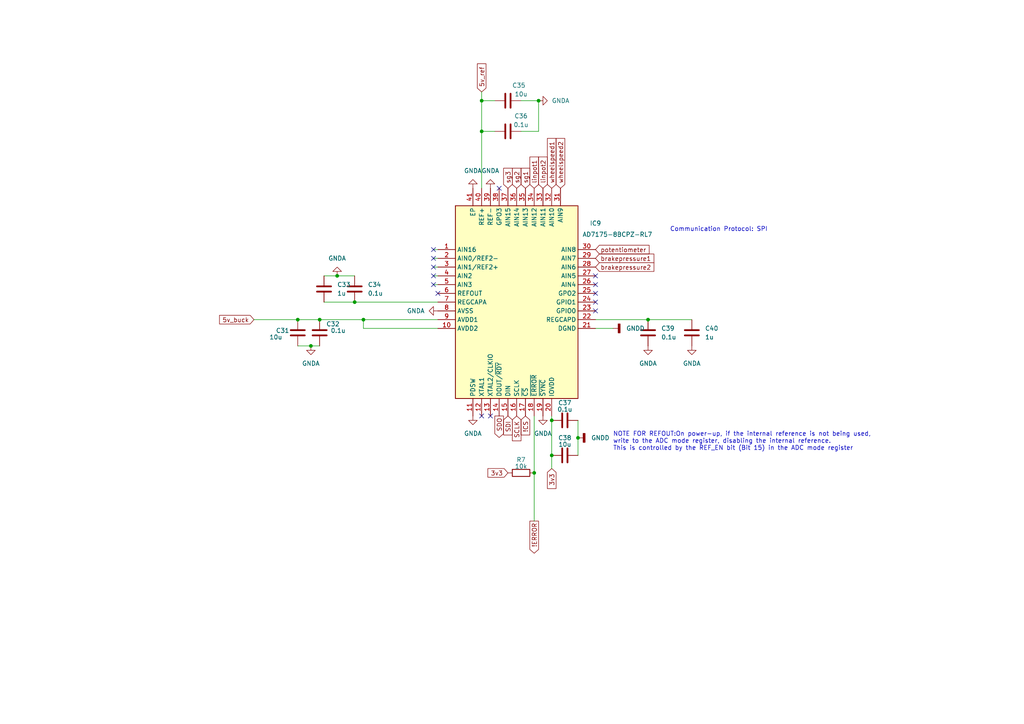
<source format=kicad_sch>
(kicad_sch (version 20230121) (generator eeschema)
  (paper "A4")
  (lib_symbols
    (symbol "21xt_symbols:AD7175-8BCPZ-RL7"
      (property "Reference" "IC" (at 41.91 17.78 0))
      (property "Value" "AD7175-8BCPZ-RL7" (at 41.91 15.24 0))
      (symbol "AD7175-8BCPZ-RL7_1_1"
        (rectangle (start 5.08 12.7) (end 40.64 -43.18) (stroke (width 0.254)) (fill (type background)))
        (pin passive line (at 0 0 0) (length 5.08) (name "AIN16") (number "1"))
        (pin passive line (at 0 -22.86 0) (length 5.08) (name "AVDD2") (number "10"))
        (pin passive line (at 10.16 -48.26 90) (length 5.08) (name "PDSW") (number "11"))
        (pin passive line (at 12.7 -48.26 90) (length 5.08) (name "XTAL1") (number "12"))
        (pin passive line (at 15.24 -48.26 90) (length 5.08) (name "XTAL2/CLKIO") (number "13"))
        (pin passive line (at 17.78 -48.26 90) (length 5.08) (name "DOUT/~{RDY}") (number "14"))
        (pin passive line (at 20.32 -48.26 90) (length 5.08) (name "DIN") (number "15"))
        (pin passive line (at 22.86 -48.26 90) (length 5.08) (name "SCLK") (number "16"))
        (pin passive line (at 25.4 -48.26 90) (length 5.08) (name "~{CS}") (number "17"))
        (pin passive line (at 27.94 -48.26 90) (length 5.08) (name "~{ERROR}") (number "18"))
        (pin passive line (at 30.48 -48.26 90) (length 5.08) (name "~{SYNC}") (number "19"))
        (pin passive line (at 0 -2.54 0) (length 5.08) (name "AIN0/REF2-") (number "2"))
        (pin passive line (at 33.02 -48.26 90) (length 5.08) (name "IOVDD") (number "20"))
        (pin passive line (at 45.72 -22.86 180) (length 5.08) (name "DGND") (number "21"))
        (pin passive line (at 45.72 -20.32 180) (length 5.08) (name "REGCAPD") (number "22"))
        (pin passive line (at 45.72 -17.78 180) (length 5.08) (name "GPIO0") (number "23"))
        (pin passive line (at 45.72 -15.24 180) (length 5.08) (name "GPIO1") (number "24"))
        (pin passive line (at 45.72 -12.7 180) (length 5.08) (name "GPO2") (number "25"))
        (pin passive line (at 45.72 -10.16 180) (length 5.08) (name "AIN4") (number "26"))
        (pin passive line (at 45.72 -7.62 180) (length 5.08) (name "AIN5") (number "27"))
        (pin passive line (at 45.72 -5.08 180) (length 5.08) (name "AIN6") (number "28"))
        (pin passive line (at 45.72 -2.54 180) (length 5.08) (name "AIN7") (number "29"))
        (pin passive line (at 0 -5.08 0) (length 5.08) (name "AIN1/REF2+") (number "3"))
        (pin passive line (at 45.72 0 180) (length 5.08) (name "AIN8") (number "30"))
        (pin passive line (at 35.56 17.78 270) (length 5.08) (name "AIN9") (number "31"))
        (pin passive line (at 33.02 17.78 270) (length 5.08) (name "AIN10") (number "32"))
        (pin passive line (at 30.48 17.78 270) (length 5.08) (name "AIN11") (number "33"))
        (pin passive line (at 27.94 17.78 270) (length 5.08) (name "AIN12") (number "34"))
        (pin passive line (at 25.4 17.78 270) (length 5.08) (name "AIN13") (number "35"))
        (pin passive line (at 22.86 17.78 270) (length 5.08) (name "AIN14") (number "36"))
        (pin passive line (at 20.32 17.78 270) (length 5.08) (name "AIN15") (number "37"))
        (pin passive line (at 17.78 17.78 270) (length 5.08) (name "GPO3") (number "38"))
        (pin passive line (at 15.24 17.78 270) (length 5.08) (name "REF-") (number "39"))
        (pin passive line (at 0 -7.62 0) (length 5.08) (name "AIN2") (number "4"))
        (pin passive line (at 12.7 17.78 270) (length 5.08) (name "REF+") (number "40"))
        (pin passive line (at 10.16 17.78 270) (length 5.08) (name "EP") (number "41"))
        (pin passive line (at 0 -10.16 0) (length 5.08) (name "AIN3") (number "5"))
        (pin passive line (at 0 -12.7 0) (length 5.08) (name "REFOUT") (number "6"))
        (pin passive line (at 0 -15.24 0) (length 5.08) (name "REGCAPA") (number "7"))
        (pin passive line (at 0 -17.78 0) (length 5.08) (name "AVSS") (number "8"))
        (pin passive line (at 0 -20.32 0) (length 5.08) (name "AVDD1") (number "9"))
      )
    )
    (symbol "Device:C" (pin_numbers hide) (pin_names (offset 0.254))
      (property "Reference" "C" (at 0.635 2.54 0))
      (property "Value" "C" (at 0.635 -2.54 0))
      (symbol "C_0_1"
        (polyline (pts (xy -2.032 -0.762) (xy 2.032 -0.762)) (stroke (width 0.508)))
        (polyline (pts (xy -2.032 0.762) (xy 2.032 0.762)) (stroke (width 0.508)))
      )
      (symbol "C_1_1"
        (pin passive line (at 0 3.81 270) (length 2.794) (name "~") (number "1"))
        (pin passive line (at 0 -3.81 90) (length 2.794) (name "~") (number "2"))
      )
    )
    (symbol "Device:R" (pin_numbers hide) (pin_names (offset 0))
      (property "Reference" "R" (at 2.032 0 90))
      (property "Value" "R" (at 0 0 90))
      (symbol "R_0_1"
        (rectangle (start -1.016 -2.54) (end 1.016 2.54) (stroke (width 0.254)))
      )
      (symbol "R_1_1"
        (pin passive line (at 0 3.81 270) (length 1.27) (name "~") (number "1"))
        (pin passive line (at 0 -3.81 90) (length 1.27) (name "~") (number "2"))
      )
    )
    (symbol "power:GNDA" (power) (pin_names (offset 0))
      (property "Value" "GNDA" (at 0 -3.81 0))
      (symbol "GNDA_0_1"
        (polyline (pts (xy 0 0) (xy 0 -1.27) (xy 1.27 -1.27) (xy 0 -2.54) (xy -1.27 -1.27) (xy 0 -1.27)))
      )
      (symbol "GNDA_1_1"
        (pin power_in line (at 0 0 270) (length 0) hide (name "GNDA") (number "1"))
      )
    )
    (symbol "power:GNDD" (power) (pin_names (offset 0))
      (property "Value" "GNDD" (at 0 -3.175 0))
      (symbol "GNDD_0_1"
        (rectangle (start -1.27 -1.524) (end 1.27 -2.032) (stroke (width 0.254)) (fill (type outline)))
        (polyline (pts (xy 0 0) (xy 0 -1.524)))
      )
      (symbol "GNDD_1_1"
        (pin power_in line (at 0 0 270) (length 0) hide (name "GNDD") (number "1"))
      )
    )
  )
  (junction (at 160.02 121.92))
  (junction (at 92.71 92.71))
  (junction (at 90.17 100.33))
  (junction (at 97.79 80.01))
  (junction (at 156.21 29.21))
  (junction (at 105.41 92.71))
  (junction (at 167.64 127))
  (junction (at 139.7 29.21))
  (junction (at 154.94 137.16))
  (junction (at 139.7 38.1))
  (junction (at 86.36 92.71))
  (junction (at 160.02 132.08))
  (junction (at 187.96 92.71))
  (junction (at 102.87 87.63))
  (no_connect (at 172.72 80.01))
  (no_connect (at 172.72 82.55))
  (no_connect (at 142.24 120.65))
  (no_connect (at 172.72 85.09))
  (no_connect (at 125.73 82.55))
  (no_connect (at 125.73 74.93))
  (no_connect (at 125.73 77.47))
  (no_connect (at 172.72 87.63))
  (no_connect (at 144.78 54.61))
  (no_connect (at 125.73 72.39))
  (no_connect (at 125.73 80.01))
  (no_connect (at 127 85.09))
  (no_connect (at 139.7 120.65))
  (no_connect (at 172.72 90.17))
  (wire (pts (xy 125.73 80.01) (xy 127 80.01)))
  (wire (pts (xy 86.36 100.33) (xy 90.17 100.33)))
  (wire (pts (xy 86.36 92.71) (xy 92.71 92.71)))
  (wire (pts (xy 156.21 29.21) (xy 151.13 29.21)))
  (wire (pts (xy 125.73 77.47) (xy 127 77.47)))
  (wire (pts (xy 172.72 95.25) (xy 177.8 95.25)))
  (wire (pts (xy 92.71 92.71) (xy 105.41 92.71)))
  (wire (pts (xy 139.7 54.61) (xy 139.7 38.1)))
  (wire (pts (xy 102.87 87.63) (xy 127 87.63)))
  (wire (pts (xy 139.7 29.21) (xy 139.7 26.67)))
  (wire (pts (xy 105.41 95.25) (xy 127 95.25)))
  (wire (pts (xy 187.96 92.71) (xy 200.66 92.71)))
  (wire (pts (xy 139.7 29.21) (xy 143.51 29.21)))
  (wire (pts (xy 97.79 80.01) (xy 102.87 80.01)))
  (wire (pts (xy 139.7 38.1) (xy 143.51 38.1)))
  (wire (pts (xy 172.72 92.71) (xy 187.96 92.71)))
  (wire (pts (xy 73.66 92.71) (xy 86.36 92.71)))
  (wire (pts (xy 151.13 38.1) (xy 156.21 38.1)))
  (wire (pts (xy 139.7 38.1) (xy 139.7 29.21)))
  (wire (pts (xy 160.02 121.92) (xy 160.02 132.08)))
  (wire (pts (xy 167.64 127) (xy 167.64 132.08)))
  (wire (pts (xy 93.98 87.63) (xy 102.87 87.63)))
  (wire (pts (xy 125.73 82.55) (xy 127 82.55)))
  (wire (pts (xy 125.73 72.39) (xy 127 72.39)))
  (wire (pts (xy 154.94 137.16) (xy 154.94 151.13)))
  (wire (pts (xy 154.94 120.65) (xy 154.94 137.16)))
  (wire (pts (xy 160.02 120.65) (xy 160.02 121.92)))
  (wire (pts (xy 167.64 121.92) (xy 167.64 127)))
  (wire (pts (xy 93.98 80.01) (xy 97.79 80.01)))
  (wire (pts (xy 90.17 100.33) (xy 92.71 100.33)))
  (wire (pts (xy 105.41 92.71) (xy 127 92.71)))
  (wire (pts (xy 156.21 38.1) (xy 156.21 29.21)))
  (wire (pts (xy 160.02 132.08) (xy 160.02 135.89)))
  (wire (pts (xy 125.73 74.93) (xy 127 74.93)))
  (wire (pts (xy 105.41 95.25) (xy 105.41 92.71)))
  (text "NOTE FOR REFOUT:On power-up, if the internal reference is not being used, \nwrite to the ADC mode register, disabling the internal reference. \nThis is controlled by the REF_EN bit (Bit 15) in the ADC mode register" (at 177.8 130.81 0) (effects (font (size 1.27 1.27)) (justify left bottom)))
  (text "Communication Protocol: SPI" (at 194.31 67.31 0) (effects (font (size 1.27 1.27)) (justify left bottom)))
  (global_label "sg2" (shape input) (at 149.86 54.61 90) (property "Intersheetrefs" "${INTERSHEET_REFS}" (effects hide)))
  (global_label "brakepressure1" (shape input) (at 172.72 74.93 0) (property "Intersheetrefs" "${INTERSHEET_REFS}" (effects hide)))
  (global_label "3v3" (shape input) (at 160.02 135.89 270) (property "Intersheetrefs" "${INTERSHEET_REFS}" (effects hide)))
  (global_label "SDO" (shape output) (at 144.78 120.65 270) (property "Intersheetrefs" "${INTERSHEET_REFS}" (effects hide)))
  (global_label "brakepressure2" (shape input) (at 172.72 77.47 0) (property "Intersheetrefs" "${INTERSHEET_REFS}" (effects hide)))
  (global_label "linpot2" (shape input) (at 157.48 54.61 90) (property "Intersheetrefs" "${INTERSHEET_REFS}" (effects hide)))
  (global_label "SDI" (shape input) (at 147.32 120.65 270) (property "Intersheetrefs" "${INTERSHEET_REFS}" (effects hide)))
  (global_label "wheelspeed1" (shape input) (at 160.02 54.61 90) (property "Intersheetrefs" "${INTERSHEET_REFS}" (effects hide)))
  (global_label "3v3" (shape input) (at 147.32 137.16 180) (property "Intersheetrefs" "${INTERSHEET_REFS}" (effects hide)))
  (global_label "potentiometer" (shape input) (at 172.72 72.39 0) (property "Intersheetrefs" "${INTERSHEET_REFS}" (effects hide)))
  (global_label "!ERROR" (shape output) (at 154.94 151.13 270) (property "Intersheetrefs" "${INTERSHEET_REFS}" (effects hide)))
  (global_label "sg1" (shape input) (at 152.4 54.61 90) (property "Intersheetrefs" "${INTERSHEET_REFS}" (effects hide)))
  (global_label "!CS" (shape input) (at 152.4 120.65 270) (property "Intersheetrefs" "${INTERSHEET_REFS}" (effects hide)))
  (global_label "wheelspeed2" (shape input) (at 162.56 54.61 90) (property "Intersheetrefs" "${INTERSHEET_REFS}" (effects hide)))
  (global_label "5v_buck" (shape input) (at 73.66 92.71 180) (property "Intersheetrefs" "${INTERSHEET_REFS}" (effects hide)))
  (global_label "sg3" (shape input) (at 147.32 54.61 90) (property "Intersheetrefs" "${INTERSHEET_REFS}" (effects hide)))
  (global_label "5v_ref" (shape input) (at 139.7 26.67 90) (property "Intersheetrefs" "${INTERSHEET_REFS}" (effects hide)))
  (global_label "linpot1" (shape input) (at 154.94 54.61 90) (property "Intersheetrefs" "${INTERSHEET_REFS}" (effects hide)))
  (global_label "SCLK" (shape input) (at 149.86 120.65 270) (property "Intersheetrefs" "${INTERSHEET_REFS}" (effects hide)))
  (symbol (lib_id "power:GNDD") (at 167.64 127 90) (unit 1)
    (property "Reference" "#PWR047" (effects hide))
    (property "Value" "GNDD" (at 171.45 127 90) (effects (justify right)))
  )
  (symbol (lib_id "power:GNDD") (at 177.8 95.25 90) (unit 1)
    (property "Reference" "#PWR046" (effects hide))
    (property "Value" "GNDD" (at 181.61 95.25 90) (effects (justify right)))
  )
  (symbol (lib_id "power:GNDA") (at 157.48 120.65 0) (unit 1)
    (property "Reference" "#PWR056" (effects hide))
    (property "Value" "GNDA" (at 157.48 125.73 0))
  )
  (symbol (lib_id "power:GNDA") (at 127 90.17 270) (unit 1)
    (property "Reference" "#PWR036" (effects hide))
    (property "Value" "GNDA" (at 123.19 90.17 90) (effects (justify right)))
  )
  (symbol (lib_id "Device:C") (at 147.32 29.21 90) (unit 1)
    (property "Reference" "C35" (at 150.495 24.765 90))
    (property "Value" "10u" (at 151.13 27.305 90))
    (property "Footprint" "Capacitor_SMD:C_0603_1608Metric" (effects hide))
  )
  (symbol (lib_id "power:GNDA") (at 200.66 100.33 0) (unit 1)
    (property "Reference" "#PWR057" (effects hide))
    (property "Value" "GNDA" (at 200.66 105.41 0))
  )
  (symbol (lib_id "power:GNDA") (at 97.79 80.01 180) (unit 1)
    (property "Reference" "#PWR041" (effects hide))
    (property "Value" "GNDA" (at 97.79 74.93 0))
  )
  (symbol (lib_id "power:GNDA") (at 187.96 100.33 0) (unit 1)
    (property "Reference" "#PWR042" (effects hide))
    (property "Value" "GNDA" (at 187.96 105.41 0))
  )
  (symbol (lib_id "Device:C") (at 86.36 96.52 0) (unit 1)
    (property "Reference" "C31" (at 80.01 95.885 0) (effects (justify left)))
    (property "Value" "10u" (at 78.105 97.79 0) (effects (justify left)))
    (property "Footprint" "Capacitor_SMD:C_0603_1608Metric" (effects hide))
  )
  (symbol (lib_id "Device:C") (at 92.71 96.52 0) (unit 1)
    (property "Reference" "C32" (at 94.615 93.98 0) (effects (justify left)))
    (property "Value" "0.1u" (at 95.885 95.885 0) (effects (justify left)))
    (property "Footprint" "Capacitor_SMD:C_0603_1608Metric" (effects hide))
  )
  (symbol (lib_id "Device:C") (at 147.32 38.1 90) (unit 1)
    (property "Reference" "C36" (at 151.13 33.655 90))
    (property "Value" "0.1u" (at 151.13 36.195 90))
    (property "Footprint" "Capacitor_SMD:C_0603_1608Metric" (effects hide))
  )
  (symbol (lib_id "power:GNDA") (at 142.24 54.61 180) (unit 1)
    (property "Reference" "#PWR054" (effects hide))
    (property "Value" "GNDA" (at 142.24 49.53 0))
  )
  (symbol (lib_id "21xt_symbols:AD7175-8BCPZ-RL7") (at 127 72.39 0) (unit 1)
    (property "Reference" "IC9" (at 172.72 64.77 0))
    (property "Value" "AD7175-8BCPZ-RL7" (at 179.07 68.0019 0))
    (property "Footprint" "21xt_footprints:QFN50P600X600X80-41N" (effects hide))
    (property "Datasheet" "https://componentsearchengine.com/Datasheets/2/AD7175-8BCPZ-RL7.pdf" (effects hide))
    (property "Height" "0.8" (effects hide))
    (property "Mouser Part Number" "584-AD7175-8BCPZ-RL7" (effects hide))
    (property "Mouser Price/Stock" "https://www.mouser.co.uk/ProductDetail/Analog-Devices/AD7175-8BCPZ-RL7?qs=JeIcUl65ClCxXjl02vXI6Q%3D%3D" (effects hide))
    (property "Manufacturer_Name" "Analog Devices" (effects hide))
    (property "Manufacturer_Part_Number" "AD7175-8BCPZ-RL7" (effects hide))
  )
  (symbol (lib_id "Device:C") (at 163.83 121.92 90) (unit 1)
    (property "Reference" "C37" (at 163.83 116.84 90))
    (property "Value" "0.1u" (at 163.83 118.745 90))
    (property "Footprint" "Capacitor_SMD:C_0603_1608Metric" (effects hide))
  )
  (symbol (lib_id "power:GNDA") (at 90.17 100.33 0) (unit 1)
    (property "Reference" "#PWR043" (effects hide))
    (property "Value" "GNDA" (at 90.17 105.41 0))
  )
  (symbol (lib_id "power:GNDA") (at 137.16 120.65 0) (unit 1)
    (property "Reference" "#PWR053" (effects hide))
    (property "Value" "GNDA" (at 137.16 125.73 0))
  )
  (symbol (lib_id "power:GNDA") (at 156.21 29.21 90) (unit 1)
    (property "Reference" "#PWR034" (effects hide))
    (property "Value" "GNDA" (at 160.02 29.21 90) (effects (justify right)))
  )
  (symbol (lib_id "Device:C") (at 200.66 96.52 0) (unit 1)
    (property "Reference" "C40" (at 204.47 95.25 0) (effects (justify left)))
    (property "Value" "1u" (at 204.47 97.79 0) (effects (justify left)))
    (property "Footprint" "Capacitor_SMD:C_0603_1608Metric" (effects hide))
  )
  (symbol (lib_id "Device:C") (at 93.98 83.82 0) (unit 1)
    (property "Reference" "C33" (at 97.79 82.55 0) (effects (justify left)))
    (property "Value" "1u" (at 97.79 85.09 0) (effects (justify left)))
    (property "Footprint" "Capacitor_SMD:C_0603_1608Metric" (effects hide))
  )
  (symbol (lib_id "Device:R") (at 151.13 137.16 90) (unit 1)
    (property "Reference" "R7" (at 151.13 133.35 90))
    (property "Value" "10k" (at 151.13 135.255 90))
    (property "Footprint" "Resistor_SMD:R_0603_1608Metric" (effects hide))
  )
  (symbol (lib_id "power:GNDA") (at 137.16 54.61 180) (unit 1)
    (property "Reference" "#PWR052" (effects hide))
    (property "Value" "GNDA" (at 137.16 49.53 0))
  )
  (symbol (lib_id "Device:C") (at 163.83 132.08 90) (unit 1)
    (property "Reference" "C38" (at 163.83 127 90))
    (property "Value" "10u" (at 163.83 128.905 90))
    (property "Footprint" "Capacitor_SMD:C_0603_1608Metric" (effects hide))
  )
  (symbol (lib_id "Device:C") (at 102.87 83.82 0) (unit 1)
    (property "Reference" "C34" (at 106.68 82.55 0) (effects (justify left)))
    (property "Value" "0.1u" (at 106.68 85.09 0) (effects (justify left)))
    (property "Footprint" "Capacitor_SMD:C_0603_1608Metric" (effects hide))
  )
  (symbol (lib_id "Device:C") (at 187.96 96.52 0) (unit 1)
    (property "Reference" "C39" (at 191.77 95.25 0) (effects (justify left)))
    (property "Value" "0.1u" (at 191.77 97.79 0) (effects (justify left)))
    (property "Footprint" "Capacitor_SMD:C_0603_1608Metric" (effects hide))
  )
)
</source>
